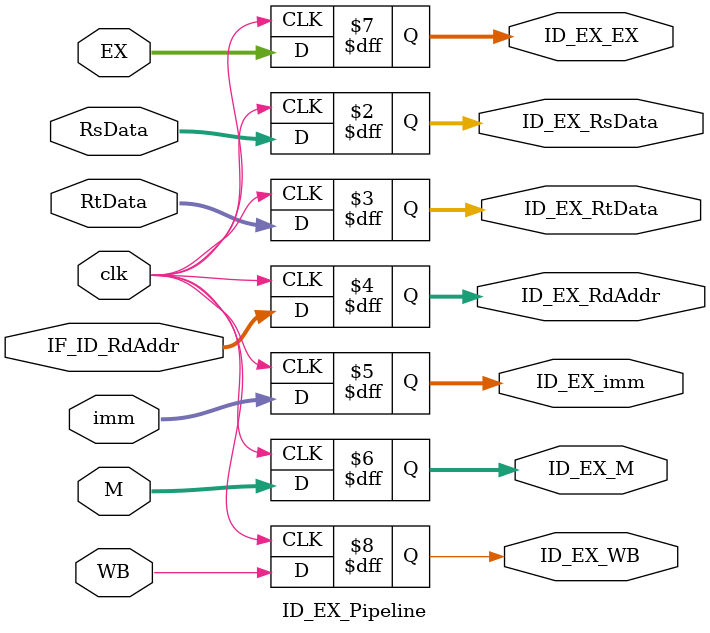
<source format=v>
module ID_EX_Pipeline(
    //output
    output reg[31:0] ID_EX_RsData,
    output reg[31:0] ID_EX_RtData,
    output reg[4:0] ID_EX_RdAddr,
    output reg[15:0] ID_EX_imm,
    output reg [1:0] ID_EX_M,
    output reg [1:0] ID_EX_EX,
    output reg ID_EX_WB,
    //input
    input [31:0] RsData,
    input [31:0] RtData,
    input [4:0] IF_ID_RdAddr,
    input [15:0] imm,
    input [1:0] M,
    input [1:0] EX,
    input WB,
    input clk
);


always@(posedge clk)begin
    ID_EX_RsData <= RsData;
    ID_EX_RtData <= RtData;
    ID_EX_RdAddr <= IF_ID_RdAddr;
    ID_EX_imm <= imm;
    ID_EX_WB <= WB;
    ID_EX_M <= M;
    ID_EX_EX <= EX;
end
endmodule
</source>
